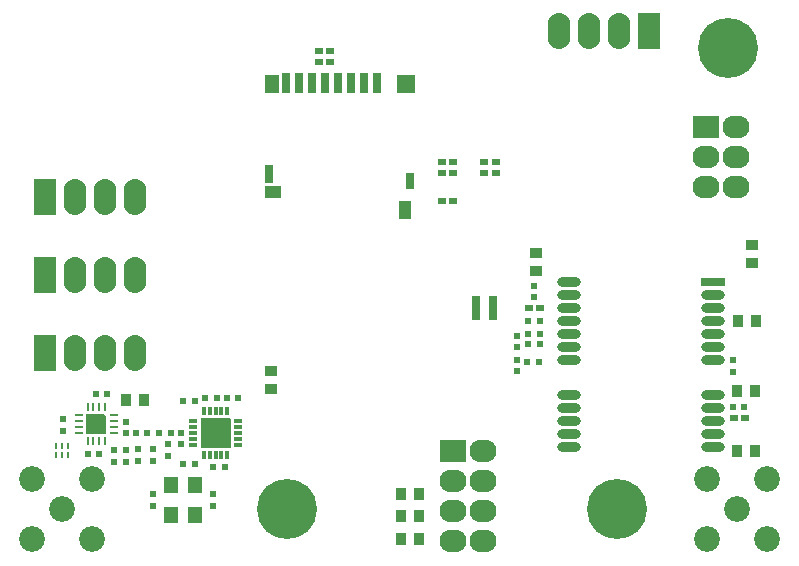
<source format=gbs>
G04 ================== begin FILE IDENTIFICATION RECORD ==================*
G04 Layout Name:  M:/TDP4/Data Logger Full/allegro/datalogger.brd*
G04 Film Name:    datalogger.GBS*
G04 File Format:  Gerber RS274X*
G04 File Origin:  Cadence Allegro 17.2-S055*
G04 Origin Date:  Mon Mar 22 02:40:33 2021*
G04 *
G04 Layer:  VIA CLASS/SOLDERMASK_BOTTOM*
G04 Layer:  PIN/SOLDERMASK_BOTTOM*
G04 Layer:  DRC ERROR CLASS/SOLDERMASK_BOTTOM*
G04 *
G04 Offset:    (0.00 0.00)*
G04 Mirror:    No*
G04 Mode:      Positive*
G04 Rotation:  0*
G04 FullContactRelief:  No*
G04 UndefLineWidth:     10.00*
G04 ================== end FILE IDENTIFICATION RECORD ====================*
%FSLAX25Y25*MOIN*%
%IR0*IPPOS*OFA0.00000B0.00000*MIA0B0*SFA1.00000B1.00000*%
%ADD13O,.075X.12*%
%ADD14R,.075X.12*%
%AMMACRO24*
4,1,44,.01141,.00531,
.01141,-.00531,
.011338,-.006199,
.011108,-.007061,
.010732,-.007871,
.01022,-.008602,
.00959,-.009234,
.008859,-.009747,
.008051,-.010125,
.007189,-.010356,
.0063,-.010435,
.00629,-.01043,
-.00629,-.01043,
-.007179,-.010358,
-.008041,-.010128,
-.008851,-.009752,
-.009582,-.00924,
-.010214,-.00861,
-.010727,-.007879,
-.011105,-.007071,
-.011336,-.006209,
-.011415,-.00532,
-.01141,-.00531,
-.01141,.00531,
-.011338,.006199,
-.011108,.007061,
-.010732,.007871,
-.01022,.008602,
-.00959,.009234,
-.008859,.009747,
-.008051,.010125,
-.007189,.010356,
-.0063,.010435,
-.00629,.01043,
.00629,.01043,
.007179,.010358,
.008041,.010128,
.008851,.009752,
.009582,.00924,
.010214,.00861,
.010727,.007879,
.011105,.007071,
.011336,.006209,
.011415,.00532,
.01141,.00531,
0.0*
%
%ADD24MACRO24*%
%AMMACRO15*
4,1,44,.00531,-.01141,
-.00531,-.01141,
-.006199,-.011338,
-.007061,-.011108,
-.007871,-.010732,
-.008602,-.01022,
-.009234,-.00959,
-.009747,-.008859,
-.010125,-.008051,
-.010356,-.007189,
-.010435,-.0063,
-.01043,-.00629,
-.01043,.00629,
-.010358,.007179,
-.010128,.008041,
-.009752,.008851,
-.00924,.009582,
-.00861,.010214,
-.007879,.010727,
-.007071,.011105,
-.006209,.011336,
-.00532,.011415,
-.00531,.01141,
.00531,.01141,
.006199,.011338,
.007061,.011108,
.007871,.010732,
.008602,.01022,
.009234,.00959,
.009747,.008859,
.010125,.008051,
.010356,.007189,
.010435,.0063,
.01043,.00629,
.01043,-.00629,
.010358,-.007179,
.010128,-.008041,
.009752,-.008851,
.00924,-.009582,
.00861,-.010214,
.007879,-.010727,
.007071,-.011105,
.006209,-.011336,
.00532,-.011415,
.00531,-.01141,
0.0*
%
%ADD15MACRO15*%
%AMMACRO29*
4,1,44,.00512,.01121,
.00512,-.01121,
.005079,-.011689,
.004955,-.012154,
.004753,-.012591,
.004477,-.012985,
.004138,-.013326,
.003744,-.013603,
.003309,-.013807,
.002844,-.013932,
.002365,-.013975,
.00236,-.01397,
-.00236,-.01397,
-.002839,-.013933,
-.003304,-.013809,
-.00374,-.013605,
-.004134,-.013329,
-.004474,-.012989,
-.00475,-.012595,
-.004954,-.012159,
-.005078,-.011694,
-.00512,-.011215,
-.00512,-.01121,
-.00512,.01121,
-.005079,.011689,
-.004955,.012154,
-.004753,.012591,
-.004477,.012985,
-.004138,.013326,
-.003744,.013603,
-.003309,.013807,
-.002844,.013932,
-.002365,.013975,
-.00236,.01397,
.00236,.01397,
.002839,.013933,
.003304,.013809,
.00374,.013605,
.004134,.013329,
.004474,.012989,
.00475,.012595,
.004954,.012159,
.005078,.011694,
.00512,.011215,
.00512,.01121,
0.0*
%
%ADD29MACRO29*%
%AMMACRO28*
4,1,44,.01121,-.00512,
-.01121,-.00512,
-.011689,-.005079,
-.012154,-.004955,
-.012591,-.004753,
-.012985,-.004477,
-.013326,-.004138,
-.013603,-.003744,
-.013807,-.003309,
-.013932,-.002844,
-.013975,-.002365,
-.01397,-.00236,
-.01397,.00236,
-.013933,.002839,
-.013809,.003304,
-.013605,.00374,
-.013329,.004134,
-.012989,.004474,
-.012595,.00475,
-.012159,.004954,
-.011694,.005078,
-.011215,.00512,
-.01121,.00512,
.01121,.00512,
.011689,.005079,
.012154,.004955,
.012591,.004753,
.012985,.004477,
.013326,.004138,
.013603,.003744,
.013807,.003309,
.013932,.002844,
.013975,.002365,
.01397,.00236,
.01397,-.00236,
.013933,-.002839,
.013809,-.003304,
.013605,-.00374,
.013329,-.004134,
.012989,-.004474,
.012595,-.00475,
.012159,-.004954,
.011694,-.005078,
.011215,-.00512,
.01121,-.00512,
0.0*
%
%ADD28MACRO28*%
%ADD10C,.08583*%
%ADD12R,.00984X.02165*%
%AMMACRO36*
4,1,44,.00787,-.01141,
-.00787,-.01141,
-.008896,-.011325,
-.009891,-.011059,
-.010825,-.010623,
-.011669,-.010032,
-.012397,-.009304,
-.012988,-.00846,
-.013424,-.007526,
-.01369,-.006531,
-.01378,-.005505,
-.01378,-.0055,
-.01378,.0055,
-.013691,.006526,
-.013425,.007522,
-.012991,.008456,
-.012401,.0093,
-.011673,.010029,
-.010829,.010621,
-.009896,.011057,
-.008901,.011324,
-.007875,.011415,
-.00787,.01141,
.00787,.01141,
.008896,.011325,
.009891,.011059,
.010825,.010623,
.011669,.010032,
.012397,.009304,
.012988,.00846,
.013424,.007526,
.01369,.006531,
.01378,.005505,
.01378,.0055,
.01378,-.0055,
.013691,-.006526,
.013425,-.007522,
.012991,-.008456,
.012401,-.0093,
.011673,-.010029,
.010829,-.010621,
.009896,-.011057,
.008901,-.011324,
.007875,-.011415,
.00787,-.01141,
0.0*
%
%ADD36MACRO36*%
%AMMACRO19*
4,1,40,-.00492,-.01102,
-.00492,.01102,
-.004878,.011499,
-.004754,.011964,
-.00455,.0124,
-.004274,.012794,
-.003934,.013134,
-.00354,.01341,
-.003104,.013614,
-.002639,.013738,
-.00216,.01378,
.00216,.01378,
.002639,.013738,
.003104,.013614,
.00354,.01341,
.003934,.013134,
.004274,.012794,
.00455,.0124,
.004754,.011964,
.004878,.011499,
.00492,.01102,
.00492,-.01102,
.004878,-.011499,
.004754,-.011964,
.00455,-.0124,
.004274,-.012794,
.003934,-.013134,
.00354,-.01341,
.003104,-.013614,
.002639,-.013738,
.00216,-.01378,
-.00216,-.01378,
-.002639,-.013738,
-.003104,-.013614,
-.00354,-.01341,
-.003934,-.013134,
-.004274,-.012794,
-.00455,-.0124,
-.004754,-.011964,
-.004878,-.011499,
-.00492,-.01102,
0.0*
%
%ADD19MACRO19*%
%AMMACRO18*
4,1,40,-.01102,.00492,
.01102,.00492,
.011499,.004878,
.011964,.004754,
.0124,.00455,
.012794,.004274,
.013134,.003934,
.01341,.00354,
.013614,.003104,
.013738,.002639,
.01378,.00216,
.01378,-.00216,
.013738,-.002639,
.013614,-.003104,
.01341,-.00354,
.013134,-.003934,
.012794,-.004274,
.0124,-.00455,
.011964,-.004754,
.011499,-.004878,
.01102,-.00492,
-.01102,-.00492,
-.011499,-.004878,
-.011964,-.004754,
-.0124,-.00455,
-.012794,-.004274,
-.013134,-.003934,
-.01341,-.00354,
-.013614,-.003104,
-.013738,-.002639,
-.01378,-.00216,
-.01378,.00216,
-.013738,.002639,
-.013614,.003104,
-.01341,.00354,
-.013134,.003934,
-.012794,.004274,
-.0124,.00455,
-.011964,.004754,
-.011499,.004878,
-.01102,.00492,
0.0*
%
%ADD18MACRO18*%
%AMMACRO25*
4,1,32,-.04331,-.05118,
.04331,-.05118,
.044678,-.051059,
.046003,-.050703,
.047247,-.050122,
.048371,-.049334,
.049341,-.048362,
.050128,-.047237,
.050707,-.045992,
.051061,-.044666,
.05118,-.04331,
.05118,.04331,
.04331,.05118,
-.04331,.05118,
-.044678,.051059,
-.046003,.050703,
-.047247,.050122,
-.048371,.049334,
-.049341,.048362,
-.050128,.047237,
-.050707,.045992,
-.051061,.044666,
-.05118,.04331,
-.05118,-.04331,
-.051059,-.044678,
-.050703,-.046003,
-.050122,-.047247,
-.049334,-.048371,
-.048362,-.049341,
-.047237,-.050128,
-.045992,-.050707,
-.044666,-.051061,
-.04331,-.05118,
0.0*
%
%ADD25MACRO25*%
%ADD30C,.2*%
%ADD21R,.037X.043*%
%ADD31R,.043X.037*%
%ADD40O,.09X.075*%
%ADD41R,.09X.075*%
%ADD38R,.0315X.05512*%
%AMMACRO17*
4,1,5,-.03347,.03347,
.0256,.03347,
.03347,.0256,
.03347,-.03347,
-.03347,-.03347,
-.03347,.03347,
0.0*
%
%ADD17MACRO17*%
%ADD33R,.0315X.05906*%
%ADD23R,.04724X.05512*%
%AMMACRO11*
4,1,44,-.01141,-.00531,
-.01141,.00531,
-.011338,.006199,
-.011108,.007061,
-.010732,.007871,
-.01022,.008602,
-.00959,.009234,
-.008859,.009747,
-.008051,.010125,
-.007189,.010356,
-.0063,.010435,
-.00629,.01043,
.00629,.01043,
.007179,.010358,
.008041,.010128,
.008851,.009752,
.009582,.00924,
.010214,.00861,
.010727,.007879,
.011105,.007071,
.011336,.006209,
.011415,.00532,
.01141,.00531,
.01141,-.00531,
.011338,-.006199,
.011108,-.007061,
.010732,-.007871,
.01022,-.008602,
.00959,-.009234,
.008859,-.009747,
.008051,-.010125,
.007189,-.010356,
.0063,-.010435,
.00629,-.01043,
-.00629,-.01043,
-.007179,-.010358,
-.008041,-.010128,
-.008851,-.009752,
-.009582,-.00924,
-.010214,-.00861,
-.010727,-.007879,
-.011105,-.007071,
-.011336,-.006209,
-.011415,-.00532,
-.01141,-.00531,
0.0*
%
%ADD11MACRO11*%
%ADD44O,.07874X.0315*%
%ADD37R,.03937X.06102*%
%AMMACRO16*
4,1,44,-.00531,.01141,
.00531,.01141,
.006199,.011338,
.007061,.011108,
.007871,.010732,
.008602,.01022,
.009234,.00959,
.009747,.008859,
.010125,.008051,
.010356,.007189,
.010435,.0063,
.01043,.00629,
.01043,-.00629,
.010358,-.007179,
.010128,-.008041,
.009752,-.008851,
.00924,-.009582,
.00861,-.010214,
.007879,-.010727,
.007071,-.011105,
.006209,-.011336,
.00532,-.011415,
.00531,-.01141,
-.00531,-.01141,
-.006199,-.011338,
-.007061,-.011108,
-.007871,-.010732,
-.008602,-.01022,
-.009234,-.00959,
-.009747,-.008859,
-.010125,-.008051,
-.010356,-.007189,
-.010435,-.0063,
-.01043,-.00629,
-.01043,.00629,
-.010358,.007179,
-.010128,.008041,
-.009752,.008851,
-.00924,.009582,
-.00861,.010214,
-.007879,.010727,
-.007071,.011105,
-.006209,.011336,
-.00532,.011415,
-.00531,.01141,
0.0*
%
%ADD16MACRO16*%
%ADD35R,.0315X.0689*%
%ADD45R,.07874X.0315*%
%ADD34R,.05118X.05906*%
%AMMACRO27*
4,1,44,-.00512,-.01121,
-.00512,.01121,
-.005079,.011689,
-.004955,.012154,
-.004753,.012591,
-.004477,.012985,
-.004138,.013326,
-.003744,.013603,
-.003309,.013807,
-.002844,.013932,
-.002365,.013975,
-.00236,.01397,
.00236,.01397,
.002839,.013933,
.003304,.013809,
.00374,.013605,
.004134,.013329,
.004474,.012989,
.00475,.012595,
.004954,.012159,
.005078,.011694,
.00512,.011215,
.00512,.01121,
.00512,-.01121,
.005079,-.011689,
.004955,-.012154,
.004753,-.012591,
.004477,-.012985,
.004138,-.013326,
.003744,-.013603,
.003309,-.013807,
.002844,-.013932,
.002365,-.013975,
.00236,-.01397,
-.00236,-.01397,
-.002839,-.013933,
-.003304,-.013809,
-.00374,-.013605,
-.004134,-.013329,
-.004474,-.012989,
-.00475,-.012595,
-.004954,-.012159,
-.005078,-.011694,
-.00512,-.011215,
-.00512,-.01121,
0.0*
%
%ADD27MACRO27*%
%AMMACRO26*
4,1,44,-.01121,.00512,
.01121,.00512,
.011689,.005079,
.012154,.004955,
.012591,.004753,
.012985,.004477,
.013326,.004138,
.013603,.003744,
.013807,.003309,
.013932,.002844,
.013975,.002365,
.01397,.00236,
.01397,-.00236,
.013933,-.002839,
.013809,-.003304,
.013605,-.00374,
.013329,-.004134,
.012989,-.004474,
.012595,-.00475,
.012159,-.004954,
.011694,-.005078,
.011215,-.00512,
.01121,-.00512,
-.01121,-.00512,
-.011689,-.005079,
-.012154,-.004955,
-.012591,-.004753,
-.012985,-.004477,
-.013326,-.004138,
-.013603,-.003744,
-.013807,-.003309,
-.013932,-.002844,
-.013975,-.002365,
-.01397,-.00236,
-.01397,.00236,
-.013933,.002839,
-.013809,.003304,
-.013605,.00374,
-.013329,.004134,
-.012989,.004474,
-.012595,.00475,
-.012159,.004954,
-.011694,.005078,
-.011215,.00512,
-.01121,.00512,
0.0*
%
%ADD26MACRO26*%
%ADD39R,.05906X.05906*%
%AMMACRO43*
4,1,44,-.00787,.01141,
.00787,.01141,
.008896,.011325,
.009891,.011059,
.010825,.010623,
.011669,.010032,
.012397,.009304,
.012988,.00846,
.013424,.007526,
.01369,.006531,
.01378,.005505,
.01378,.0055,
.01378,-.0055,
.013691,-.006526,
.013425,-.007522,
.012991,-.008456,
.012401,-.0093,
.011673,-.010029,
.010829,-.010621,
.009896,-.011057,
.008901,-.011324,
.007875,-.011415,
.00787,-.01141,
-.00787,-.01141,
-.008896,-.011325,
-.009891,-.011059,
-.010825,-.010623,
-.011669,-.010032,
-.012397,-.009304,
-.012988,-.00846,
-.013424,-.007526,
-.01369,-.006531,
-.01378,-.005505,
-.01378,-.0055,
-.01378,.0055,
-.013691,.006526,
-.013425,.007522,
-.012991,.008456,
-.012401,.0093,
-.011673,.010029,
-.010829,.010621,
-.009896,.011057,
-.008901,.011324,
-.007875,.011415,
-.00787,.01141,
0.0*
%
%ADD43MACRO43*%
%ADD32R,.05709X.03937*%
%ADD42R,.02756X.07874*%
%AMMACRO22*
4,1,40,.00492,.01102,
.00492,-.01102,
.004878,-.011499,
.004754,-.011964,
.00455,-.0124,
.004274,-.012794,
.003934,-.013134,
.00354,-.01341,
.003104,-.013614,
.002639,-.013738,
.00216,-.01378,
-.00216,-.01378,
-.002639,-.013738,
-.003104,-.013614,
-.00354,-.01341,
-.003934,-.013134,
-.004274,-.012794,
-.00455,-.0124,
-.004754,-.011964,
-.004878,-.011499,
-.00492,-.01102,
-.00492,.01102,
-.004878,.011499,
-.004754,.011964,
-.00455,.0124,
-.004274,.012794,
-.003934,.013134,
-.00354,.01341,
-.003104,.013614,
-.002639,.013738,
-.00216,.01378,
.00216,.01378,
.002639,.013738,
.003104,.013614,
.00354,.01341,
.003934,.013134,
.004274,.012794,
.00455,.0124,
.004754,.011964,
.004878,.011499,
.00492,.01102,
0.0*
%
%ADD22MACRO22*%
%AMMACRO20*
4,1,40,.01102,-.00492,
-.01102,-.00492,
-.011499,-.004878,
-.011964,-.004754,
-.0124,-.00455,
-.012794,-.004274,
-.013134,-.003934,
-.01341,-.00354,
-.013614,-.003104,
-.013738,-.002639,
-.01378,-.00216,
-.01378,.00216,
-.013738,.002639,
-.013614,.003104,
-.01341,.00354,
-.013134,.003934,
-.012794,.004274,
-.0124,.00455,
-.011964,.004754,
-.011499,.004878,
-.01102,.00492,
.01102,.00492,
.011499,.004878,
.011964,.004754,
.0124,.00455,
.012794,.004274,
.013134,.003934,
.01341,.00354,
.013614,.003104,
.013738,.002639,
.01378,.00216,
.01378,-.00216,
.013738,-.002639,
.013614,-.003104,
.01341,-.00354,
.013134,-.003934,
.012794,-.004274,
.0124,-.00455,
.011964,-.004754,
.011499,-.004878,
.01102,-.00492,
0.0*
%
%ADD20MACRO20*%
%LPD*%
G75*
G54D10*
X-133000Y-93900D03*
Y-73900D03*
X-123000Y-83900D03*
X-113000Y-93900D03*
Y-73900D03*
X92000Y-93900D03*
Y-73900D03*
X112000Y-93900D03*
Y-73900D03*
X102000Y-83900D03*
G54D20*
X-105791Y-58453D03*
Y-56484D03*
Y-54516D03*
Y-52547D03*
G54D11*
X-122500Y-57609D03*
Y-53791D03*
X-101800Y-58409D03*
Y-54591D03*
X-92700Y-82709D03*
Y-78891D03*
X-83300Y-62209D03*
Y-58391D03*
X-87700Y-66009D03*
Y-62191D03*
X28700Y-37909D03*
Y-34091D03*
X100700Y-37915D03*
Y-34097D03*
G54D21*
X-101500Y-47400D03*
X-95500D03*
X-3900Y-93600D03*
X-9900D03*
X-4000Y-86200D03*
X-10000D03*
X-4000Y-78800D03*
X-10000D03*
X108000Y-64400D03*
X102000D03*
X108000Y-44500D03*
X102000D03*
X108509Y-21105D03*
X102509D03*
G54D30*
X-48000Y-83900D03*
X62000D03*
X99000Y70000D03*
G54D12*
X-124969Y-65900D03*
X-123000D03*
X-121031D03*
Y-62750D03*
X-123000D03*
X-124969D03*
G54D22*
X-108547Y-49791D03*
X-110516D03*
X-112484D03*
X-114453D03*
G54D40*
X17400Y-94500D03*
X7400D03*
X17400Y-84500D03*
X7400D03*
X17400Y-74500D03*
X7400D03*
X17400Y-64500D03*
X91600Y23500D03*
Y33500D03*
X101600Y23500D03*
Y33500D03*
Y43500D03*
G54D31*
X-53400Y-43700D03*
Y-37700D03*
X34900Y-4400D03*
Y1600D03*
X106900Y4100D03*
Y-1900D03*
G54D13*
X-118600Y-31800D03*
Y-5800D03*
Y20200D03*
X-98600Y-31800D03*
X-108600D03*
X-98600Y-5800D03*
X-108600D03*
X-98600Y20200D03*
X-108600D03*
X42700Y75457D03*
X52700D03*
X62700D03*
G54D32*
X-52746Y22081D03*
G54D23*
X-86637Y-75879D03*
Y-85721D03*
X-78763D03*
Y-75879D03*
G54D41*
X7400Y-64500D03*
X91600Y43500D03*
G54D14*
X-128600Y-31800D03*
Y-5800D03*
Y20200D03*
X72700Y75457D03*
G54D42*
X14947Y-16711D03*
X20853D03*
G54D33*
X-54025Y27987D03*
G54D15*
X-101691Y-64000D03*
X-105509D03*
X-110491Y-65300D03*
X-114309D03*
X-82609Y-68900D03*
X-94491Y-58400D03*
X-98309D03*
X-78791Y-68900D03*
X-68791Y-69900D03*
X-72609D03*
X-64191Y-46900D03*
X-68009D03*
X-71391D03*
X-75209D03*
G54D24*
X-97600Y-63891D03*
Y-67709D03*
X-92700Y-63891D03*
Y-67709D03*
X-72700Y-78891D03*
Y-82709D03*
X28700Y-25991D03*
Y-29809D03*
X34400Y-9391D03*
Y-13209D03*
G54D43*
X3750Y18900D03*
X7450D03*
X3650Y32000D03*
X7350D03*
X3650Y28200D03*
X7350D03*
X17850Y31900D03*
X21550D03*
X17850Y28200D03*
X21550D03*
G54D34*
X-53041Y57908D03*
G54D16*
X-105509Y-68000D03*
X-101691D03*
X-111709Y-45300D03*
X-107891D03*
X-90609Y-58400D03*
X-86791D03*
X-82609Y-47900D03*
X-78791D03*
X32191Y-34600D03*
X36009D03*
X32491Y-25400D03*
X36309D03*
X32491Y-21100D03*
X36309D03*
X32491Y-28900D03*
X36309D03*
X100591Y-49800D03*
X104409D03*
G54D25*
X-71800Y-58400D03*
G54D26*
X-79280Y-54463D03*
Y-56431D03*
Y-58400D03*
Y-60369D03*
Y-62337D03*
G54D35*
X-48317Y58400D03*
X-43986D03*
X-39655D03*
X-35324D03*
X-30994D03*
X-26663D03*
X-22332D03*
X-18002D03*
G54D44*
X45968Y-54570D03*
Y-58900D03*
Y-63231D03*
Y-34097D03*
Y-45908D03*
Y-50239D03*
Y-16774D03*
Y-21105D03*
Y-25436D03*
Y-29766D03*
Y-8113D03*
Y-12444D03*
X94000Y-63231D03*
Y-58900D03*
Y-54570D03*
Y-50239D03*
Y-45908D03*
Y-34097D03*
Y-29766D03*
Y-25436D03*
Y-21105D03*
Y-16774D03*
Y-12444D03*
G54D17*
X-111500Y-55500D03*
G54D27*
X-75737Y-65880D03*
X-73769D03*
X-71800D03*
X-69831D03*
X-67863D03*
G54D45*
X94000Y-8113D03*
G54D18*
X-117209Y-54516D03*
Y-56484D03*
Y-58453D03*
Y-52547D03*
G54D36*
X-33550Y65300D03*
X-37250D03*
X-33550Y68900D03*
X-37250D03*
X36250Y-16800D03*
X32550D03*
X104650Y-53500D03*
X100950D03*
G54D37*
X-8553Y15880D03*
G54D19*
X-114453Y-61209D03*
X-112484D03*
X-110516D03*
X-108547D03*
G54D28*
X-64320Y-62337D03*
Y-60369D03*
Y-58400D03*
Y-56431D03*
Y-54463D03*
G54D38*
X-6978Y25428D03*
G54D29*
X-67863Y-50920D03*
X-69831D03*
X-71800D03*
X-73769D03*
X-75737D03*
G54D39*
X-8356Y57908D03*
M02*

</source>
